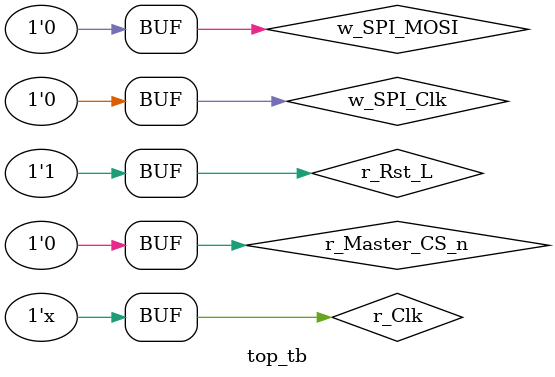
<source format=v>
`timescale 1ns / 1ps


module top_tb;

	// Inputs
	reg r_Clk;
	reg r_Rst_L;
	reg w_SPI_Clk;
	reg w_SPI_MOSI;
	reg r_Master_CS_n;

	// Outputs
	wire w_SPI_MISO;
	wire signal;

	// Instantiate the Unit Under Test (UUT)
	top uut (
		.r_Clk(r_Clk), 
		.r_Rst_L(r_Rst_L), 
		.w_SPI_Clk(w_SPI_Clk), 
		.w_SPI_MOSI(w_SPI_MOSI), 
		.r_Master_CS_n(r_Master_CS_n), 
		.w_SPI_MISO(w_SPI_MISO), 
		.ssc_car(signal)
	);

	initial begin
		// Initialize Inputs
		r_Clk = 0;
		r_Rst_L = 0;
		w_SPI_Clk = 0;
		w_SPI_MOSI = 0;
		r_Master_CS_n = 0;

		// Wait 100 ns for global reset to finish
		#100;
			r_Rst_L = 1;
		// Add stimulus here

	end
	
	always #5 r_Clk = ~r_Clk;   //100MHz
      
endmodule


</source>
